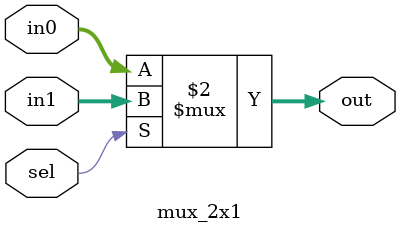
<source format=v>
module mux_2x1 #(parameter width = 8)(
    input [width-1:0] in0, in1,
    input sel,
    output reg [width-1:0] out
);
    always @(*) begin
        out = (sel) ? in1 : in0;
    end
endmodule
</source>
